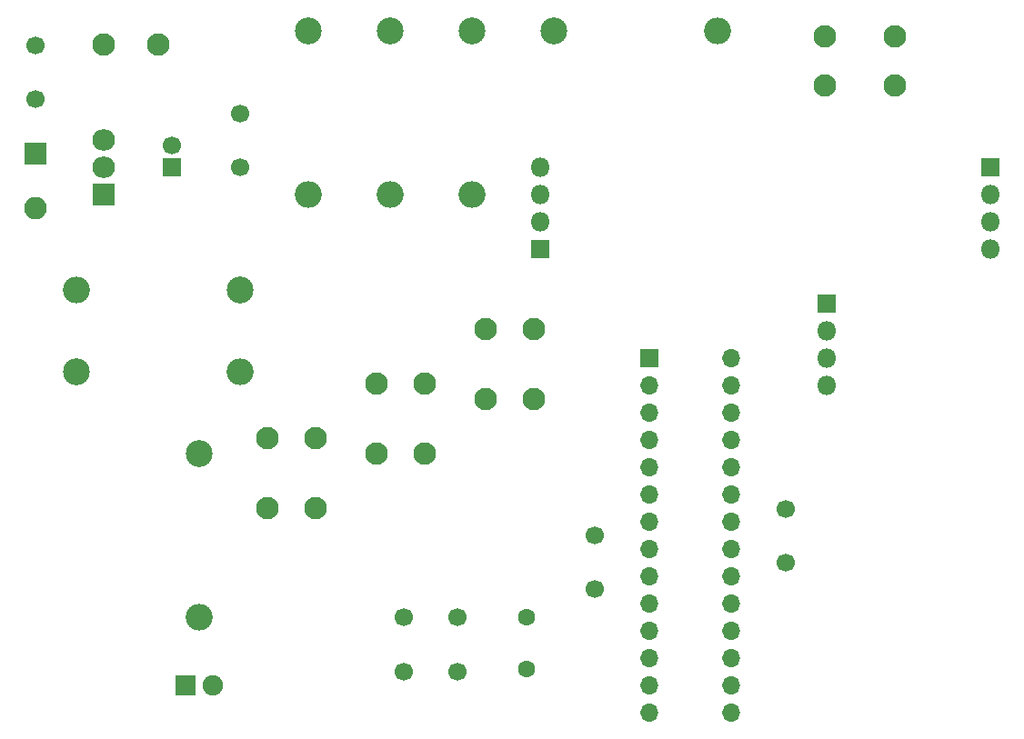
<source format=gbr>
%TF.GenerationSoftware,KiCad,Pcbnew,(5.1.6)-1*%
%TF.CreationDate,2020-09-16T20:36:39+02:00*%
%TF.ProjectId,Basic_Clock,42617369-635f-4436-9c6f-636b2e6b6963,rev?*%
%TF.SameCoordinates,Original*%
%TF.FileFunction,Soldermask,Top*%
%TF.FilePolarity,Negative*%
%FSLAX46Y46*%
G04 Gerber Fmt 4.6, Leading zero omitted, Abs format (unit mm)*
G04 Created by KiCad (PCBNEW (5.1.6)-1) date 2020-09-16 20:36:39*
%MOMM*%
%LPD*%
G01*
G04 APERTURE LIST*
%ADD10C,1.700000*%
%ADD11C,2.098980*%
%ADD12C,2.100000*%
%ADD13O,2.500000X2.500000*%
%ADD14C,2.500000*%
%ADD15O,1.800000X1.800000*%
%ADD16R,1.800000X1.800000*%
%ADD17C,1.600000*%
%ADD18O,2.100000X2.005000*%
%ADD19R,2.100000X2.005000*%
%ADD20O,2.100000X2.100000*%
%ADD21R,2.100000X2.100000*%
%ADD22C,1.900000*%
%ADD23R,1.900000X1.900000*%
%ADD24R,1.700000X1.700000*%
%ADD25O,1.700000X1.700000*%
G04 APERTURE END LIST*
D10*
%TO.C,C5*%
X59690000Y-114380000D03*
X59690000Y-119380000D03*
%TD*%
D11*
%TO.C,J-VCC1*%
X46990000Y-107950000D03*
%TD*%
%TO.C,J-GND1*%
X52070000Y-107950000D03*
%TD*%
D12*
%TO.C,SW4*%
X62230000Y-144630000D03*
X66730000Y-144630000D03*
X62230000Y-151130000D03*
X66730000Y-151130000D03*
%TD*%
D13*
%TO.C,R7*%
X104140000Y-106680000D03*
D14*
X88900000Y-106680000D03*
%TD*%
D15*
%TO.C,J3*%
X129540000Y-127000000D03*
X129540000Y-124460000D03*
X129540000Y-121920000D03*
D16*
X129540000Y-119380000D03*
%TD*%
D15*
%TO.C,J2*%
X87630000Y-119380000D03*
X87630000Y-121920000D03*
X87630000Y-124460000D03*
D16*
X87630000Y-127000000D03*
%TD*%
D15*
%TO.C,J1*%
X114300000Y-139700000D03*
X114300000Y-137160000D03*
X114300000Y-134620000D03*
D16*
X114300000Y-132080000D03*
%TD*%
D17*
%TO.C,Y1*%
X86360000Y-166170000D03*
X86360000Y-161290000D03*
%TD*%
D18*
%TO.C,U1*%
X46990000Y-116840000D03*
X46990000Y-119380000D03*
D19*
X46990000Y-121920000D03*
%TD*%
D12*
%TO.C,SW3*%
X72390000Y-139550000D03*
X76890000Y-139550000D03*
X72390000Y-146050000D03*
X76890000Y-146050000D03*
%TD*%
%TO.C,SW2*%
X82550000Y-134470000D03*
X87050000Y-134470000D03*
X82550000Y-140970000D03*
X87050000Y-140970000D03*
%TD*%
%TO.C,SW1*%
X114150000Y-111760000D03*
X114150000Y-107260000D03*
X120650000Y-111760000D03*
X120650000Y-107260000D03*
%TD*%
D13*
%TO.C,R6*%
X66040000Y-121920000D03*
D14*
X66040000Y-106680000D03*
%TD*%
D13*
%TO.C,R5*%
X73660000Y-121920000D03*
D14*
X73660000Y-106680000D03*
%TD*%
D13*
%TO.C,R4*%
X81280000Y-121920000D03*
D14*
X81280000Y-106680000D03*
%TD*%
D13*
%TO.C,R3*%
X55880000Y-161290000D03*
D14*
X55880000Y-146050000D03*
%TD*%
D13*
%TO.C,R2*%
X59690000Y-138430000D03*
D14*
X44450000Y-138430000D03*
%TD*%
D13*
%TO.C,R1*%
X44450000Y-130810000D03*
D14*
X59690000Y-130810000D03*
%TD*%
D20*
%TO.C,D2*%
X40640000Y-123190000D03*
D21*
X40640000Y-118110000D03*
%TD*%
D22*
%TO.C,D1*%
X57150000Y-167640000D03*
D23*
X54610000Y-167640000D03*
%TD*%
D10*
%TO.C,C1*%
X79930000Y-161290000D03*
X74930000Y-161290000D03*
%TD*%
%TO.C,C2*%
X74930000Y-166370000D03*
X79930000Y-166370000D03*
%TD*%
%TO.C,C3*%
X40640000Y-113030000D03*
X40640000Y-108030000D03*
%TD*%
D24*
%TO.C,C4*%
X53340000Y-119380000D03*
D10*
X53340000Y-117380000D03*
%TD*%
%TO.C,C6*%
X110490000Y-156210000D03*
X110490000Y-151210000D03*
%TD*%
%TO.C,C7*%
X92710000Y-158670000D03*
X92710000Y-153670000D03*
%TD*%
D24*
%TO.C,U2*%
X97790000Y-137160000D03*
D25*
X105410000Y-170180000D03*
X97790000Y-139700000D03*
X105410000Y-167640000D03*
X97790000Y-142240000D03*
X105410000Y-165100000D03*
X97790000Y-144780000D03*
X105410000Y-162560000D03*
X97790000Y-147320000D03*
X105410000Y-160020000D03*
X97790000Y-149860000D03*
X105410000Y-157480000D03*
X97790000Y-152400000D03*
X105410000Y-154940000D03*
X97790000Y-154940000D03*
X105410000Y-152400000D03*
X97790000Y-157480000D03*
X105410000Y-149860000D03*
X97790000Y-160020000D03*
X105410000Y-147320000D03*
X97790000Y-162560000D03*
X105410000Y-144780000D03*
X97790000Y-165100000D03*
X105410000Y-142240000D03*
X97790000Y-167640000D03*
X105410000Y-139700000D03*
X97790000Y-170180000D03*
X105410000Y-137160000D03*
%TD*%
M02*

</source>
